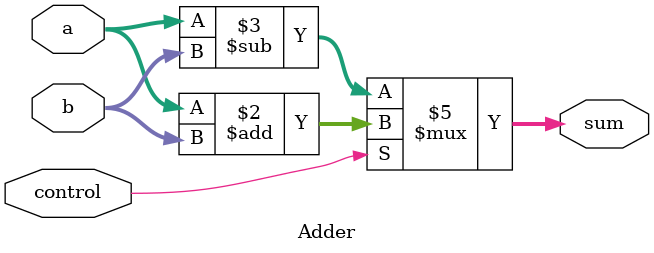
<source format=v>
`timescale 1ns / 1ps
module Adder(a,b,sum,control);
	input [3:0] a,b;
	input control; // 0 for add, 1 for sub
	output [3:0]sum;
	reg [3:0]sum;
	
	always @(a or b or control)
		if(control)
			sum =a+b;
		else 
		   sum =a-b;
endmodule

</source>
